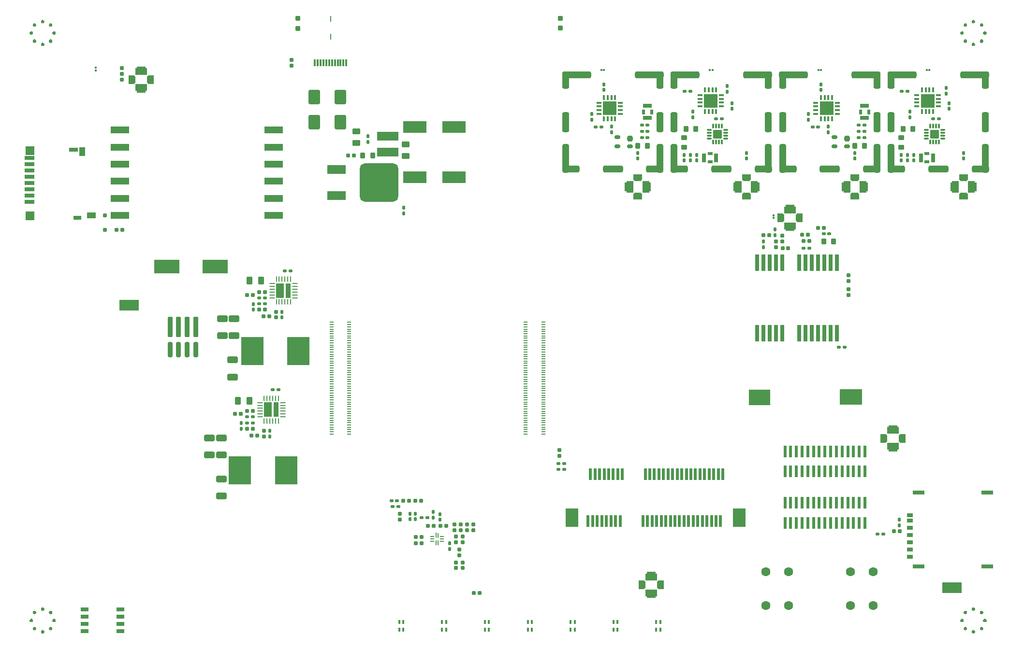
<source format=gtp>
G04*
G04 #@! TF.GenerationSoftware,Altium Limited,Altium Designer,19.1.6 (110)*
G04*
G04 Layer_Color=8421504*
%FSLAX44Y44*%
%MOMM*%
G71*
G01*
G75*
%ADD24R,1.2000X1.2000*%
%ADD25R,2.1500X1.2000*%
%ADD26R,1.0000X1.5500*%
%ADD27R,1.6000X1.2000*%
%ADD28R,0.8000X3.0000*%
G04:AMPARAMS|DCode=29|XSize=0.6mm|YSize=0.6mm|CornerRadius=0.06mm|HoleSize=0mm|Usage=FLASHONLY|Rotation=180.000|XOffset=0mm|YOffset=0mm|HoleType=Round|Shape=RoundedRectangle|*
%AMROUNDEDRECTD29*
21,1,0.6000,0.4800,0,0,180.0*
21,1,0.4800,0.6000,0,0,180.0*
1,1,0.1200,-0.2400,0.2400*
1,1,0.1200,0.2400,0.2400*
1,1,0.1200,0.2400,-0.2400*
1,1,0.1200,-0.2400,-0.2400*
%
%ADD29ROUNDEDRECTD29*%
%ADD30R,3.8000X2.8000*%
%ADD31R,4.0000X2.8000*%
G04:AMPARAMS|DCode=32|XSize=0.7mm|YSize=0.4mm|CornerRadius=0.05mm|HoleSize=0mm|Usage=FLASHONLY|Rotation=90.000|XOffset=0mm|YOffset=0mm|HoleType=Round|Shape=RoundedRectangle|*
%AMROUNDEDRECTD32*
21,1,0.7000,0.3000,0,0,90.0*
21,1,0.6000,0.4000,0,0,90.0*
1,1,0.1000,0.1500,0.3000*
1,1,0.1000,0.1500,-0.3000*
1,1,0.1000,-0.1500,-0.3000*
1,1,0.1000,-0.1500,0.3000*
%
%ADD32ROUNDEDRECTD32*%
G04:AMPARAMS|DCode=33|XSize=0.5mm|YSize=0.6mm|CornerRadius=0.05mm|HoleSize=0mm|Usage=FLASHONLY|Rotation=270.000|XOffset=0mm|YOffset=0mm|HoleType=Round|Shape=RoundedRectangle|*
%AMROUNDEDRECTD33*
21,1,0.5000,0.5000,0,0,270.0*
21,1,0.4000,0.6000,0,0,270.0*
1,1,0.1000,-0.2500,-0.2000*
1,1,0.1000,-0.2500,0.2000*
1,1,0.1000,0.2500,0.2000*
1,1,0.1000,0.2500,-0.2000*
%
%ADD33ROUNDEDRECTD33*%
%ADD34R,0.3000X0.3100*%
G04:AMPARAMS|DCode=35|XSize=0.5mm|YSize=0.6mm|CornerRadius=0.05mm|HoleSize=0mm|Usage=FLASHONLY|Rotation=0.000|XOffset=0mm|YOffset=0mm|HoleType=Round|Shape=RoundedRectangle|*
%AMROUNDEDRECTD35*
21,1,0.5000,0.5000,0,0,0.0*
21,1,0.4000,0.6000,0,0,0.0*
1,1,0.1000,0.2000,-0.2500*
1,1,0.1000,-0.2000,-0.2500*
1,1,0.1000,-0.2000,0.2500*
1,1,0.1000,0.2000,0.2500*
%
%ADD35ROUNDEDRECTD35*%
G04:AMPARAMS|DCode=36|XSize=0.6mm|YSize=0.6mm|CornerRadius=0.06mm|HoleSize=0mm|Usage=FLASHONLY|Rotation=90.000|XOffset=0mm|YOffset=0mm|HoleType=Round|Shape=RoundedRectangle|*
%AMROUNDEDRECTD36*
21,1,0.6000,0.4800,0,0,90.0*
21,1,0.4800,0.6000,0,0,90.0*
1,1,0.1200,0.2400,0.2400*
1,1,0.1200,0.2400,-0.2400*
1,1,0.1200,-0.2400,-0.2400*
1,1,0.1200,-0.2400,0.2400*
%
%ADD36ROUNDEDRECTD36*%
G04:AMPARAMS|DCode=37|XSize=1mm|YSize=0.9mm|CornerRadius=0.1125mm|HoleSize=0mm|Usage=FLASHONLY|Rotation=270.000|XOffset=0mm|YOffset=0mm|HoleType=Round|Shape=RoundedRectangle|*
%AMROUNDEDRECTD37*
21,1,1.0000,0.6750,0,0,270.0*
21,1,0.7750,0.9000,0,0,270.0*
1,1,0.2250,-0.3375,-0.3875*
1,1,0.2250,-0.3375,0.3875*
1,1,0.2250,0.3375,0.3875*
1,1,0.2250,0.3375,-0.3875*
%
%ADD37ROUNDEDRECTD37*%
%ADD38C,1.6000*%
%ADD39R,0.6000X2.0000*%
%ADD40R,0.7200X0.2000*%
%ADD41R,0.2000X0.8100*%
%ADD42R,0.2000X0.9100*%
%ADD43R,1.4000X0.8000*%
G04:AMPARAMS|DCode=44|XSize=1mm|YSize=0.9mm|CornerRadius=0.1125mm|HoleSize=0mm|Usage=FLASHONLY|Rotation=180.000|XOffset=0mm|YOffset=0mm|HoleType=Round|Shape=RoundedRectangle|*
%AMROUNDEDRECTD44*
21,1,1.0000,0.6750,0,0,180.0*
21,1,0.7750,0.9000,0,0,180.0*
1,1,0.2250,-0.3875,0.3375*
1,1,0.2250,0.3875,0.3375*
1,1,0.2250,0.3875,-0.3375*
1,1,0.2250,-0.3875,-0.3375*
%
%ADD44ROUNDEDRECTD44*%
G04:AMPARAMS|DCode=45|XSize=1.5mm|YSize=1.5mm|CornerRadius=0.075mm|HoleSize=0mm|Usage=FLASHONLY|Rotation=180.000|XOffset=0mm|YOffset=0mm|HoleType=Round|Shape=RoundedRectangle|*
%AMROUNDEDRECTD45*
21,1,1.5000,1.3500,0,0,180.0*
21,1,1.3500,1.5000,0,0,180.0*
1,1,0.1500,-0.6750,0.6750*
1,1,0.1500,0.6750,0.6750*
1,1,0.1500,0.6750,-0.6750*
1,1,0.1500,-0.6750,-0.6750*
%
%ADD45ROUNDEDRECTD45*%
G04:AMPARAMS|DCode=46|XSize=0.3mm|YSize=0.8mm|CornerRadius=0.075mm|HoleSize=0mm|Usage=FLASHONLY|Rotation=180.000|XOffset=0mm|YOffset=0mm|HoleType=Round|Shape=RoundedRectangle|*
%AMROUNDEDRECTD46*
21,1,0.3000,0.6500,0,0,180.0*
21,1,0.1500,0.8000,0,0,180.0*
1,1,0.1500,-0.0750,0.3250*
1,1,0.1500,0.0750,0.3250*
1,1,0.1500,0.0750,-0.3250*
1,1,0.1500,-0.0750,-0.3250*
%
%ADD46ROUNDEDRECTD46*%
G04:AMPARAMS|DCode=47|XSize=0.3mm|YSize=0.8mm|CornerRadius=0.075mm|HoleSize=0mm|Usage=FLASHONLY|Rotation=270.000|XOffset=0mm|YOffset=0mm|HoleType=Round|Shape=RoundedRectangle|*
%AMROUNDEDRECTD47*
21,1,0.3000,0.6500,0,0,270.0*
21,1,0.1500,0.8000,0,0,270.0*
1,1,0.1500,-0.3250,-0.0750*
1,1,0.1500,-0.3250,0.0750*
1,1,0.1500,0.3250,0.0750*
1,1,0.1500,0.3250,-0.0750*
%
%ADD47ROUNDEDRECTD47*%
%ADD48R,0.7500X1.5000*%
%ADD49R,0.9000X0.6000*%
%ADD50R,1.5000X0.7500*%
%ADD51R,0.6000X0.9000*%
G04:AMPARAMS|DCode=52|XSize=1.4mm|YSize=1mm|CornerRadius=0.125mm|HoleSize=0mm|Usage=FLASHONLY|Rotation=0.000|XOffset=0mm|YOffset=0mm|HoleType=Round|Shape=RoundedRectangle|*
%AMROUNDEDRECTD52*
21,1,1.4000,0.7500,0,0,0.0*
21,1,1.1500,1.0000,0,0,0.0*
1,1,0.2500,0.5750,-0.3750*
1,1,0.2500,-0.5750,-0.3750*
1,1,0.2500,-0.5750,0.3750*
1,1,0.2500,0.5750,0.3750*
%
%ADD52ROUNDEDRECTD52*%
%ADD53R,0.7000X0.2000*%
%ADD54R,2.3000X3.2000*%
%ADD55R,4.1500X2.1500*%
%ADD56R,1.5019X1.0013*%
%ADD57R,1.0000X1.5000*%
%ADD58R,1.4006X0.8004*%
%ADD59R,1.5011X0.8006*%
%ADD60R,1.5018X1.5018*%
%ADD61R,1.5009X1.5009*%
%ADD62R,1.7526X0.7011*%
%ADD63R,1.7518X0.7007*%
%ADD64R,1.7504X0.7002*%
%ADD65R,1.7525X0.7010*%
%ADD66R,1.7522X0.7009*%
%ADD67R,1.7516X0.7006*%
%ADD68R,1.7530X0.7012*%
%ADD69R,1.7504X0.7002*%
%ADD70R,2.1000X0.7000*%
%ADD71R,1.1400X0.8000*%
G04:AMPARAMS|DCode=72|XSize=0.85mm|YSize=3.55mm|CornerRadius=0.2125mm|HoleSize=0mm|Usage=FLASHONLY|Rotation=0.000|XOffset=0mm|YOffset=0mm|HoleType=Round|Shape=RoundedRectangle|*
%AMROUNDEDRECTD72*
21,1,0.8500,3.1250,0,0,0.0*
21,1,0.4250,3.5500,0,0,0.0*
1,1,0.4250,0.2125,-1.5625*
1,1,0.4250,-0.2125,-1.5625*
1,1,0.4250,-0.2125,1.5625*
1,1,0.4250,0.2125,1.5625*
%
%ADD72ROUNDEDRECTD72*%
G04:AMPARAMS|DCode=73|XSize=0.85mm|YSize=2.65mm|CornerRadius=0.2125mm|HoleSize=0mm|Usage=FLASHONLY|Rotation=0.000|XOffset=0mm|YOffset=0mm|HoleType=Round|Shape=RoundedRectangle|*
%AMROUNDEDRECTD73*
21,1,0.8500,2.2250,0,0,0.0*
21,1,0.4250,2.6500,0,0,0.0*
1,1,0.4250,0.2125,-1.1125*
1,1,0.4250,-0.2125,-1.1125*
1,1,0.4250,-0.2125,1.1125*
1,1,0.4250,0.2125,1.1125*
%
%ADD73ROUNDEDRECTD73*%
%ADD74R,3.7000X1.6000*%
%ADD75R,0.2000X1.0000*%
%ADD76R,0.3000X1.2000*%
G04:AMPARAMS|DCode=77|XSize=1.8mm|YSize=1.15mm|CornerRadius=0.1438mm|HoleSize=0mm|Usage=FLASHONLY|Rotation=180.000|XOffset=0mm|YOffset=0mm|HoleType=Round|Shape=RoundedRectangle|*
%AMROUNDEDRECTD77*
21,1,1.8000,0.8625,0,0,180.0*
21,1,1.5125,1.1500,0,0,180.0*
1,1,0.2875,-0.7563,0.4313*
1,1,0.2875,0.7563,0.4313*
1,1,0.2875,0.7563,-0.4313*
1,1,0.2875,-0.7563,-0.4313*
%
%ADD77ROUNDEDRECTD77*%
G04:AMPARAMS|DCode=78|XSize=3.3mm|YSize=1.6mm|CornerRadius=0.2mm|HoleSize=0mm|Usage=FLASHONLY|Rotation=180.000|XOffset=0mm|YOffset=0mm|HoleType=Round|Shape=RoundedRectangle|*
%AMROUNDEDRECTD78*
21,1,3.3000,1.2000,0,0,180.0*
21,1,2.9000,1.6000,0,0,180.0*
1,1,0.4000,-1.4500,0.6000*
1,1,0.4000,1.4500,0.6000*
1,1,0.4000,1.4500,-0.6000*
1,1,0.4000,-1.4500,-0.6000*
%
%ADD78ROUNDEDRECTD78*%
G04:AMPARAMS|DCode=79|XSize=6.7mm|YSize=6.7mm|CornerRadius=0.8375mm|HoleSize=0mm|Usage=FLASHONLY|Rotation=180.000|XOffset=0mm|YOffset=0mm|HoleType=Round|Shape=RoundedRectangle|*
%AMROUNDEDRECTD79*
21,1,6.7000,5.0250,0,0,180.0*
21,1,5.0250,6.7000,0,0,180.0*
1,1,1.6750,-2.5125,2.5125*
1,1,1.6750,2.5125,2.5125*
1,1,1.6750,2.5125,-2.5125*
1,1,1.6750,-2.5125,-2.5125*
%
%ADD79ROUNDEDRECTD79*%
%ADD80R,0.3100X0.3000*%
%ADD81R,0.9000X2.5500*%
%ADD82R,1.4000X2.5500*%
G04:AMPARAMS|DCode=83|XSize=0.25mm|YSize=1mm|CornerRadius=0.0625mm|HoleSize=0mm|Usage=FLASHONLY|Rotation=90.000|XOffset=0mm|YOffset=0mm|HoleType=Round|Shape=RoundedRectangle|*
%AMROUNDEDRECTD83*
21,1,0.2500,0.8750,0,0,90.0*
21,1,0.1250,1.0000,0,0,90.0*
1,1,0.1250,0.4375,0.0625*
1,1,0.1250,0.4375,-0.0625*
1,1,0.1250,-0.4375,-0.0625*
1,1,0.1250,-0.4375,0.0625*
%
%ADD83ROUNDEDRECTD83*%
G04:AMPARAMS|DCode=84|XSize=0.25mm|YSize=1mm|CornerRadius=0.0625mm|HoleSize=0mm|Usage=FLASHONLY|Rotation=180.000|XOffset=0mm|YOffset=0mm|HoleType=Round|Shape=RoundedRectangle|*
%AMROUNDEDRECTD84*
21,1,0.2500,0.8750,0,0,180.0*
21,1,0.1250,1.0000,0,0,180.0*
1,1,0.1250,-0.0625,0.4375*
1,1,0.1250,0.0625,0.4375*
1,1,0.1250,0.0625,-0.4375*
1,1,0.1250,-0.0625,-0.4375*
%
%ADD84ROUNDEDRECTD84*%
%ADD85R,0.3300X0.8500*%
%ADD86R,0.8500X0.3300*%
%ADD87R,2.4000X2.4000*%
G04:AMPARAMS|DCode=88|XSize=0.95mm|YSize=0.65mm|CornerRadius=0.1625mm|HoleSize=0mm|Usage=FLASHONLY|Rotation=180.000|XOffset=0mm|YOffset=0mm|HoleType=Round|Shape=RoundedRectangle|*
%AMROUNDEDRECTD88*
21,1,0.9500,0.3250,0,0,180.0*
21,1,0.6250,0.6500,0,0,180.0*
1,1,0.3250,-0.3125,0.1625*
1,1,0.3250,0.3125,0.1625*
1,1,0.3250,0.3125,-0.1625*
1,1,0.3250,-0.3125,-0.1625*
%
%ADD88ROUNDEDRECTD88*%
G04:AMPARAMS|DCode=89|XSize=0.95mm|YSize=1mm|CornerRadius=0.2375mm|HoleSize=0mm|Usage=FLASHONLY|Rotation=180.000|XOffset=0mm|YOffset=0mm|HoleType=Round|Shape=RoundedRectangle|*
%AMROUNDEDRECTD89*
21,1,0.9500,0.5250,0,0,180.0*
21,1,0.4750,1.0000,0,0,180.0*
1,1,0.4750,-0.2375,0.2625*
1,1,0.4750,0.2375,0.2625*
1,1,0.4750,0.2375,-0.2625*
1,1,0.4750,-0.2375,-0.2625*
%
%ADD89ROUNDEDRECTD89*%
%ADD90R,4.0000X5.0000*%
G04:AMPARAMS|DCode=91|XSize=0.8mm|YSize=0.8mm|CornerRadius=0.1mm|HoleSize=0mm|Usage=FLASHONLY|Rotation=90.000|XOffset=0mm|YOffset=0mm|HoleType=Round|Shape=RoundedRectangle|*
%AMROUNDEDRECTD91*
21,1,0.8000,0.6000,0,0,90.0*
21,1,0.6000,0.8000,0,0,90.0*
1,1,0.2000,0.3000,0.3000*
1,1,0.2000,0.3000,-0.3000*
1,1,0.2000,-0.3000,-0.3000*
1,1,0.2000,-0.3000,0.3000*
%
%ADD91ROUNDEDRECTD91*%
%ADD92R,3.3000X1.2700*%
%ADD93R,4.5000X2.3500*%
G04:AMPARAMS|DCode=94|XSize=3mm|YSize=1.2mm|CornerRadius=0.3mm|HoleSize=0mm|Usage=FLASHONLY|Rotation=90.000|XOffset=0mm|YOffset=0mm|HoleType=Round|Shape=RoundedRectangle|*
%AMROUNDEDRECTD94*
21,1,3.0000,0.6000,0,0,90.0*
21,1,2.4000,1.2000,0,0,90.0*
1,1,0.6000,0.3000,1.2000*
1,1,0.6000,0.3000,-1.2000*
1,1,0.6000,-0.3000,-1.2000*
1,1,0.6000,-0.3000,1.2000*
%
%ADD94ROUNDEDRECTD94*%
G04:AMPARAMS|DCode=95|XSize=3.5mm|YSize=1.2mm|CornerRadius=0.3mm|HoleSize=0mm|Usage=FLASHONLY|Rotation=90.000|XOffset=0mm|YOffset=0mm|HoleType=Round|Shape=RoundedRectangle|*
%AMROUNDEDRECTD95*
21,1,3.5000,0.6000,0,0,90.0*
21,1,2.9000,1.2000,0,0,90.0*
1,1,0.6000,0.3000,1.4500*
1,1,0.6000,0.3000,-1.4500*
1,1,0.6000,-0.3000,-1.4500*
1,1,0.6000,-0.3000,1.4500*
%
%ADD95ROUNDEDRECTD95*%
G04:AMPARAMS|DCode=96|XSize=3.5mm|YSize=1.2mm|CornerRadius=0.3mm|HoleSize=0mm|Usage=FLASHONLY|Rotation=0.000|XOffset=0mm|YOffset=0mm|HoleType=Round|Shape=RoundedRectangle|*
%AMROUNDEDRECTD96*
21,1,3.5000,0.6000,0,0,0.0*
21,1,2.9000,1.2000,0,0,0.0*
1,1,0.6000,1.4500,-0.3000*
1,1,0.6000,-1.4500,-0.3000*
1,1,0.6000,-1.4500,0.3000*
1,1,0.6000,1.4500,0.3000*
%
%ADD96ROUNDEDRECTD96*%
G04:AMPARAMS|DCode=97|XSize=3mm|YSize=1.2mm|CornerRadius=0.3mm|HoleSize=0mm|Usage=FLASHONLY|Rotation=0.000|XOffset=0mm|YOffset=0mm|HoleType=Round|Shape=RoundedRectangle|*
%AMROUNDEDRECTD97*
21,1,3.0000,0.6000,0,0,0.0*
21,1,2.4000,1.2000,0,0,0.0*
1,1,0.6000,1.2000,-0.3000*
1,1,0.6000,-1.2000,-0.3000*
1,1,0.6000,-1.2000,0.3000*
1,1,0.6000,1.2000,0.3000*
%
%ADD97ROUNDEDRECTD97*%
G04:AMPARAMS|DCode=98|XSize=5mm|YSize=1.2mm|CornerRadius=0.3mm|HoleSize=0mm|Usage=FLASHONLY|Rotation=270.000|XOffset=0mm|YOffset=0mm|HoleType=Round|Shape=RoundedRectangle|*
%AMROUNDEDRECTD98*
21,1,5.0000,0.6000,0,0,270.0*
21,1,4.4000,1.2000,0,0,270.0*
1,1,0.6000,-0.3000,-2.2000*
1,1,0.6000,-0.3000,2.2000*
1,1,0.6000,0.3000,2.2000*
1,1,0.6000,0.3000,-2.2000*
%
%ADD98ROUNDEDRECTD98*%
G04:AMPARAMS|DCode=99|XSize=5mm|YSize=1.2mm|CornerRadius=0.3mm|HoleSize=0mm|Usage=FLASHONLY|Rotation=0.000|XOffset=0mm|YOffset=0mm|HoleType=Round|Shape=RoundedRectangle|*
%AMROUNDEDRECTD99*
21,1,5.0000,0.6000,0,0,0.0*
21,1,4.4000,1.2000,0,0,0.0*
1,1,0.6000,2.2000,-0.3000*
1,1,0.6000,-2.2000,-0.3000*
1,1,0.6000,-2.2000,0.3000*
1,1,0.6000,2.2000,0.3000*
%
%ADD99ROUNDEDRECTD99*%
G04:AMPARAMS|DCode=100|XSize=2.5mm|YSize=2mm|CornerRadius=0.25mm|HoleSize=0mm|Usage=FLASHONLY|Rotation=90.000|XOffset=0mm|YOffset=0mm|HoleType=Round|Shape=RoundedRectangle|*
%AMROUNDEDRECTD100*
21,1,2.5000,1.5000,0,0,90.0*
21,1,2.0000,2.0000,0,0,90.0*
1,1,0.5000,0.7500,1.0000*
1,1,0.5000,0.7500,-1.0000*
1,1,0.5000,-0.7500,-1.0000*
1,1,0.5000,-0.7500,1.0000*
%
%ADD100ROUNDEDRECTD100*%
%ADD101R,3.5000X1.9000*%
G04:AMPARAMS|DCode=102|XSize=0.6mm|YSize=0.7mm|CornerRadius=0.075mm|HoleSize=0mm|Usage=FLASHONLY|Rotation=270.000|XOffset=0mm|YOffset=0mm|HoleType=Round|Shape=RoundedRectangle|*
%AMROUNDEDRECTD102*
21,1,0.6000,0.5500,0,0,270.0*
21,1,0.4500,0.7000,0,0,270.0*
1,1,0.1500,-0.2750,-0.2250*
1,1,0.1500,-0.2750,0.2250*
1,1,0.1500,0.2750,0.2250*
1,1,0.1500,0.2750,-0.2250*
%
%ADD102ROUNDEDRECTD102*%
%ADD103R,1.5500X1.0000*%
%ADD104R,1.2000X1.6000*%
%ADD105R,1.2000X1.2000*%
%ADD106R,1.2000X2.1500*%
G04:AMPARAMS|DCode=107|XSize=1.4mm|YSize=1mm|CornerRadius=0.125mm|HoleSize=0mm|Usage=FLASHONLY|Rotation=90.000|XOffset=0mm|YOffset=0mm|HoleType=Round|Shape=RoundedRectangle|*
%AMROUNDEDRECTD107*
21,1,1.4000,0.7500,0,0,90.0*
21,1,1.1500,1.0000,0,0,90.0*
1,1,0.2500,0.3750,0.5750*
1,1,0.2500,0.3750,-0.5750*
1,1,0.2500,-0.3750,-0.5750*
1,1,0.2500,-0.3750,0.5750*
%
%ADD107ROUNDEDRECTD107*%
%ADD108R,2.4000X2.4000*%
G36*
X36699Y57543D02*
X37543Y56699D01*
X38000Y55597D01*
Y55000D01*
Y54403D01*
X37543Y53301D01*
X36699Y52457D01*
X35597Y52000D01*
X34403D01*
X33301Y52457D01*
X32457Y53301D01*
X32000Y54403D01*
Y55000D01*
Y55597D01*
X32457Y56699D01*
X33301Y57543D01*
X34403Y58000D01*
X35597D01*
X36699Y57543D01*
D02*
G37*
G36*
X50841Y51685D02*
X51263Y51263D01*
X51685Y50841D01*
X52142Y49739D01*
Y48545D01*
X51685Y47443D01*
X51263Y47021D01*
X50841Y46599D01*
X49739Y46142D01*
X48545D01*
X47443Y46599D01*
X47021Y47021D01*
X46599Y47443D01*
X46142Y48545D01*
Y49739D01*
X46599Y50841D01*
X47021Y51263D01*
X47443Y51685D01*
X48545Y52142D01*
X49739D01*
X50841Y51685D01*
D02*
G37*
G36*
X22557D02*
X22979Y51263D01*
X23401Y50841D01*
X23858Y49739D01*
Y48545D01*
X23401Y47443D01*
X22979Y47021D01*
X22557Y46599D01*
X21455Y46142D01*
X20261D01*
X19159Y46599D01*
X18736Y47021D01*
X18315Y47443D01*
X17858Y48545D01*
Y49739D01*
X18315Y50841D01*
X18736Y51263D01*
X19159Y51685D01*
X20261Y52142D01*
X21455D01*
X22557Y51685D01*
D02*
G37*
G36*
X56699Y37543D02*
X57543Y36699D01*
X58000Y35597D01*
Y35000D01*
Y34403D01*
X57543Y33301D01*
X56699Y32457D01*
X55597Y32000D01*
X54403D01*
X53301Y32457D01*
X52457Y33301D01*
X52000Y34403D01*
Y35000D01*
Y35597D01*
X52457Y36699D01*
X53301Y37543D01*
X54403Y38000D01*
X55597D01*
X56699Y37543D01*
D02*
G37*
G36*
X16699D02*
X17543Y36699D01*
X18000Y35597D01*
Y35000D01*
Y34403D01*
X17543Y33301D01*
X16699Y32457D01*
X15597Y32000D01*
X14403D01*
X13301Y32457D01*
X12457Y33301D01*
X12000Y34403D01*
Y35000D01*
Y35597D01*
X12457Y36699D01*
X13301Y37543D01*
X14403Y38000D01*
X15597D01*
X16699Y37543D01*
D02*
G37*
G36*
X50841Y23401D02*
X51263Y22979D01*
X51685Y22557D01*
X52142Y21455D01*
Y20261D01*
X51685Y19159D01*
X51263Y18736D01*
X50841Y18315D01*
X49739Y17858D01*
X48545D01*
X47443Y18315D01*
X47021Y18736D01*
X46599Y19159D01*
X46142Y20261D01*
Y21455D01*
X46599Y22557D01*
X47021Y22979D01*
X47443Y23401D01*
X48545Y23858D01*
X49739D01*
X50841Y23401D01*
D02*
G37*
G36*
X22557D02*
X22979Y22979D01*
X23401Y22557D01*
X23858Y21455D01*
Y20261D01*
X23401Y19159D01*
X22979Y18736D01*
X22557Y18315D01*
X21455Y17858D01*
X20261D01*
X19159Y18315D01*
X18736Y18736D01*
X18315Y19159D01*
X17858Y20261D01*
Y21455D01*
X18315Y22557D01*
X18736Y22979D01*
X19159Y23401D01*
X20261Y23858D01*
X21455D01*
X22557Y23401D01*
D02*
G37*
G36*
X36699Y17543D02*
X37543Y16699D01*
X38000Y15597D01*
Y15000D01*
Y14403D01*
X37543Y13301D01*
X36699Y12457D01*
X35597Y12000D01*
X34403D01*
X33301Y12457D01*
X32457Y13301D01*
X32000Y14403D01*
Y15000D01*
Y15597D01*
X32457Y16699D01*
X33301Y17543D01*
X34403Y18000D01*
X35597D01*
X36699Y17543D01*
D02*
G37*
G36*
Y1087543D02*
X37543Y1086699D01*
X38000Y1085597D01*
Y1085000D01*
Y1084403D01*
X37543Y1083301D01*
X36699Y1082457D01*
X35597Y1082000D01*
X34403D01*
X33301Y1082457D01*
X32457Y1083301D01*
X32000Y1084403D01*
Y1085000D01*
Y1085597D01*
X32457Y1086699D01*
X33301Y1087543D01*
X34403Y1088000D01*
X35597D01*
X36699Y1087543D01*
D02*
G37*
G36*
X50841Y1081685D02*
X51263Y1081264D01*
X51685Y1080842D01*
X52142Y1079739D01*
Y1078545D01*
X51685Y1077443D01*
X51263Y1077021D01*
X50841Y1076599D01*
X49739Y1076142D01*
X48545D01*
X47443Y1076599D01*
X47021Y1077021D01*
X46599Y1077443D01*
X46142Y1078545D01*
Y1079739D01*
X46599Y1080842D01*
X47021Y1081264D01*
X47443Y1081685D01*
X48545Y1082142D01*
X49739D01*
X50841Y1081685D01*
D02*
G37*
G36*
X22557D02*
X22979Y1081264D01*
X23401Y1080842D01*
X23858Y1079739D01*
Y1078545D01*
X23401Y1077443D01*
X22979Y1077021D01*
X22557Y1076599D01*
X21455Y1076142D01*
X20261D01*
X19159Y1076599D01*
X18736Y1077021D01*
X18315Y1077443D01*
X17858Y1078545D01*
Y1079739D01*
X18315Y1080842D01*
X18736Y1081264D01*
X19159Y1081685D01*
X20261Y1082142D01*
X21455D01*
X22557Y1081685D01*
D02*
G37*
G36*
X56699Y1067543D02*
X57543Y1066699D01*
X58000Y1065597D01*
Y1065000D01*
Y1064403D01*
X57543Y1063301D01*
X56699Y1062457D01*
X55597Y1062000D01*
X54403D01*
X53301Y1062457D01*
X52457Y1063301D01*
X52000Y1064403D01*
Y1065000D01*
Y1065597D01*
X52457Y1066699D01*
X53301Y1067543D01*
X54403Y1068000D01*
X55597D01*
X56699Y1067543D01*
D02*
G37*
G36*
X16699D02*
X17543Y1066699D01*
X18000Y1065597D01*
Y1065000D01*
Y1064403D01*
X17543Y1063301D01*
X16699Y1062457D01*
X15597Y1062000D01*
X14403D01*
X13301Y1062457D01*
X12457Y1063301D01*
X12000Y1064403D01*
Y1065000D01*
Y1065597D01*
X12457Y1066699D01*
X13301Y1067543D01*
X14403Y1068000D01*
X15597D01*
X16699Y1067543D01*
D02*
G37*
G36*
X50841Y1053401D02*
X51263Y1052979D01*
X51685Y1052557D01*
X52142Y1051455D01*
Y1050261D01*
X51685Y1049158D01*
X51263Y1048736D01*
X50841Y1048315D01*
X49739Y1047858D01*
X48545D01*
X47443Y1048315D01*
X47021Y1048736D01*
X46599Y1049158D01*
X46142Y1050261D01*
Y1051455D01*
X46599Y1052557D01*
X47021Y1052979D01*
X47443Y1053401D01*
X48545Y1053858D01*
X49739D01*
X50841Y1053401D01*
D02*
G37*
G36*
X22557D02*
X22979Y1052979D01*
X23401Y1052557D01*
X23858Y1051455D01*
Y1050261D01*
X23401Y1049158D01*
X22979Y1048736D01*
X22557Y1048315D01*
X21455Y1047858D01*
X20261D01*
X19159Y1048315D01*
X18736Y1048736D01*
X18315Y1049158D01*
X17858Y1050261D01*
Y1051455D01*
X18315Y1052557D01*
X18736Y1052979D01*
X19159Y1053401D01*
X20261Y1053858D01*
X21455D01*
X22557Y1053401D01*
D02*
G37*
G36*
X36699Y1047543D02*
X37543Y1046699D01*
X38000Y1045597D01*
Y1045000D01*
Y1044403D01*
X37543Y1043301D01*
X36699Y1042457D01*
X35597Y1042000D01*
X34403D01*
X33301Y1042457D01*
X32457Y1043301D01*
X32000Y1044403D01*
Y1045000D01*
Y1045597D01*
X32457Y1046699D01*
X33301Y1047543D01*
X34403Y1048000D01*
X35597D01*
X36699Y1047543D01*
D02*
G37*
G36*
X1666699Y57543D02*
X1667543Y56699D01*
X1668000Y55597D01*
Y55000D01*
Y54403D01*
X1667543Y53301D01*
X1666699Y52457D01*
X1665597Y52000D01*
X1664403D01*
X1663301Y52457D01*
X1662457Y53301D01*
X1662000Y54403D01*
Y55000D01*
Y55597D01*
X1662457Y56699D01*
X1663301Y57543D01*
X1664403Y58000D01*
X1665597D01*
X1666699Y57543D01*
D02*
G37*
G36*
X1680842Y51685D02*
X1681263Y51263D01*
X1681685Y50841D01*
X1682142Y49739D01*
Y48545D01*
X1681685Y47443D01*
X1681263Y47021D01*
X1680842Y46599D01*
X1679739Y46142D01*
X1678545D01*
X1677443Y46599D01*
X1677021Y47021D01*
X1676599Y47443D01*
X1676142Y48545D01*
Y49739D01*
X1676599Y50841D01*
X1677021Y51263D01*
X1677443Y51685D01*
X1678545Y52142D01*
X1679739D01*
X1680842Y51685D01*
D02*
G37*
G36*
X1652557D02*
X1652979Y51263D01*
X1653401Y50841D01*
X1653858Y49739D01*
Y48545D01*
X1653401Y47443D01*
X1652979Y47021D01*
X1652557Y46599D01*
X1651455Y46142D01*
X1650261D01*
X1649158Y46599D01*
X1648737Y47021D01*
X1648315Y47443D01*
X1647858Y48545D01*
Y49739D01*
X1648315Y50841D01*
X1648737Y51263D01*
X1649158Y51685D01*
X1650261Y52142D01*
X1651455D01*
X1652557Y51685D01*
D02*
G37*
G36*
X1686699Y37543D02*
X1687543Y36699D01*
X1688000Y35597D01*
Y35000D01*
Y34403D01*
X1687543Y33301D01*
X1686699Y32457D01*
X1685597Y32000D01*
X1684403D01*
X1683301Y32457D01*
X1682457Y33301D01*
X1682000Y34403D01*
Y35000D01*
Y35597D01*
X1682457Y36699D01*
X1683301Y37543D01*
X1684403Y38000D01*
X1685597D01*
X1686699Y37543D01*
D02*
G37*
G36*
X1646699D02*
X1647543Y36699D01*
X1648000Y35597D01*
Y35000D01*
Y34403D01*
X1647543Y33301D01*
X1646699Y32457D01*
X1645597Y32000D01*
X1644403D01*
X1643301Y32457D01*
X1642457Y33301D01*
X1642000Y34403D01*
Y35000D01*
Y35597D01*
X1642457Y36699D01*
X1643301Y37543D01*
X1644403Y38000D01*
X1645597D01*
X1646699Y37543D01*
D02*
G37*
G36*
X1680842Y23401D02*
X1681263Y22979D01*
X1681685Y22557D01*
X1682142Y21455D01*
Y20261D01*
X1681685Y19159D01*
X1681263Y18736D01*
X1680842Y18315D01*
X1679739Y17858D01*
X1678545D01*
X1677443Y18315D01*
X1677021Y18736D01*
X1676599Y19159D01*
X1676142Y20261D01*
Y21455D01*
X1676599Y22557D01*
X1677021Y22979D01*
X1677443Y23401D01*
X1678545Y23858D01*
X1679739D01*
X1680842Y23401D01*
D02*
G37*
G36*
X1652557D02*
X1652979Y22979D01*
X1653401Y22557D01*
X1653858Y21455D01*
Y20261D01*
X1653401Y19159D01*
X1652979Y18736D01*
X1652557Y18315D01*
X1651455Y17858D01*
X1650261D01*
X1649158Y18315D01*
X1648737Y18736D01*
X1648315Y19159D01*
X1647858Y20261D01*
Y21455D01*
X1648315Y22557D01*
X1648737Y22979D01*
X1649158Y23401D01*
X1650261Y23858D01*
X1651455D01*
X1652557Y23401D01*
D02*
G37*
G36*
X1666699Y17543D02*
X1667543Y16699D01*
X1668000Y15597D01*
Y15000D01*
Y14403D01*
X1667543Y13301D01*
X1666699Y12457D01*
X1665597Y12000D01*
X1664403D01*
X1663301Y12457D01*
X1662457Y13301D01*
X1662000Y14403D01*
Y15000D01*
Y15597D01*
X1662457Y16699D01*
X1663301Y17543D01*
X1664403Y18000D01*
X1665597D01*
X1666699Y17543D01*
D02*
G37*
G36*
Y1087543D02*
X1667543Y1086699D01*
X1668000Y1085597D01*
Y1085000D01*
Y1084403D01*
X1667543Y1083301D01*
X1666699Y1082457D01*
X1665597Y1082000D01*
X1664403D01*
X1663301Y1082457D01*
X1662457Y1083301D01*
X1662000Y1084403D01*
Y1085000D01*
Y1085597D01*
X1662457Y1086699D01*
X1663301Y1087543D01*
X1664403Y1088000D01*
X1665597D01*
X1666699Y1087543D01*
D02*
G37*
G36*
X1680842Y1081685D02*
X1681263Y1081264D01*
X1681685Y1080842D01*
X1682142Y1079739D01*
Y1078545D01*
X1681685Y1077443D01*
X1681263Y1077021D01*
X1680842Y1076599D01*
X1679739Y1076142D01*
X1678545D01*
X1677443Y1076599D01*
X1677021Y1077021D01*
X1676599Y1077443D01*
X1676142Y1078545D01*
Y1079739D01*
X1676599Y1080842D01*
X1677021Y1081264D01*
X1677443Y1081685D01*
X1678545Y1082142D01*
X1679739D01*
X1680842Y1081685D01*
D02*
G37*
G36*
X1652557D02*
X1652979Y1081264D01*
X1653401Y1080842D01*
X1653858Y1079739D01*
Y1078545D01*
X1653401Y1077443D01*
X1652979Y1077021D01*
X1652557Y1076599D01*
X1651455Y1076142D01*
X1650261D01*
X1649158Y1076599D01*
X1648737Y1077021D01*
X1648315Y1077443D01*
X1647858Y1078545D01*
Y1079739D01*
X1648315Y1080842D01*
X1648737Y1081264D01*
X1649158Y1081685D01*
X1650261Y1082142D01*
X1651455D01*
X1652557Y1081685D01*
D02*
G37*
G36*
X1686699Y1067543D02*
X1687543Y1066699D01*
X1688000Y1065597D01*
Y1065000D01*
Y1064403D01*
X1687543Y1063301D01*
X1686699Y1062457D01*
X1685597Y1062000D01*
X1684403D01*
X1683301Y1062457D01*
X1682457Y1063301D01*
X1682000Y1064403D01*
Y1065000D01*
Y1065597D01*
X1682457Y1066699D01*
X1683301Y1067543D01*
X1684403Y1068000D01*
X1685597D01*
X1686699Y1067543D01*
D02*
G37*
G36*
X1646699D02*
X1647543Y1066699D01*
X1648000Y1065597D01*
Y1065000D01*
Y1064403D01*
X1647543Y1063301D01*
X1646699Y1062457D01*
X1645597Y1062000D01*
X1644403D01*
X1643301Y1062457D01*
X1642457Y1063301D01*
X1642000Y1064403D01*
Y1065000D01*
Y1065597D01*
X1642457Y1066699D01*
X1643301Y1067543D01*
X1644403Y1068000D01*
X1645597D01*
X1646699Y1067543D01*
D02*
G37*
G36*
X1680842Y1053401D02*
X1681263Y1052979D01*
X1681685Y1052557D01*
X1682142Y1051455D01*
Y1050261D01*
X1681685Y1049158D01*
X1681263Y1048736D01*
X1680842Y1048315D01*
X1679739Y1047858D01*
X1678545D01*
X1677443Y1048315D01*
X1677021Y1048736D01*
X1676599Y1049158D01*
X1676142Y1050261D01*
Y1051455D01*
X1676599Y1052557D01*
X1677021Y1052979D01*
X1677443Y1053401D01*
X1678545Y1053858D01*
X1679739D01*
X1680842Y1053401D01*
D02*
G37*
G36*
X1652557D02*
X1652979Y1052979D01*
X1653401Y1052557D01*
X1653858Y1051455D01*
Y1050261D01*
X1653401Y1049158D01*
X1652979Y1048736D01*
X1652557Y1048315D01*
X1651455Y1047858D01*
X1650261D01*
X1649158Y1048315D01*
X1648737Y1048736D01*
X1648315Y1049158D01*
X1647858Y1050261D01*
Y1051455D01*
X1648315Y1052557D01*
X1648737Y1052979D01*
X1649158Y1053401D01*
X1650261Y1053858D01*
X1651455D01*
X1652557Y1053401D01*
D02*
G37*
G36*
X1666699Y1047543D02*
X1667543Y1046699D01*
X1668000Y1045597D01*
Y1045000D01*
Y1044403D01*
X1667543Y1043301D01*
X1666699Y1042457D01*
X1665597Y1042000D01*
X1664403D01*
X1663301Y1042457D01*
X1662457Y1043301D01*
X1662000Y1044403D01*
Y1045000D01*
Y1045597D01*
X1662457Y1046699D01*
X1663301Y1047543D01*
X1664403Y1048000D01*
X1665597D01*
X1666699Y1047543D01*
D02*
G37*
D24*
X1327750Y740750D02*
D03*
X1359750D02*
D03*
X1116750Y97250D02*
D03*
X1084750D02*
D03*
X223250Y983250D02*
D03*
X191250D02*
D03*
X1508000Y354250D02*
D03*
X1540000D02*
D03*
D25*
X1343750Y726750D02*
D03*
X1343750Y754750D02*
D03*
X1100750Y111250D02*
D03*
Y83250D02*
D03*
X207250Y997250D02*
D03*
Y969250D02*
D03*
X1524000Y340250D02*
D03*
Y368250D02*
D03*
D26*
X1360750Y740750D02*
D03*
X1326750Y740750D02*
D03*
X1083750Y97250D02*
D03*
X1117750D02*
D03*
X190250Y983250D02*
D03*
X224250D02*
D03*
X1541000Y354250D02*
D03*
X1507000D02*
D03*
D27*
X1343750Y757750D02*
D03*
X1343750Y723750D02*
D03*
X1100750Y80250D02*
D03*
Y114250D02*
D03*
X207250Y966250D02*
D03*
Y1000250D02*
D03*
X1524000Y371250D02*
D03*
Y337250D02*
D03*
D28*
X1371000Y662250D02*
D03*
X1382000D02*
D03*
X1426000Y538250D02*
D03*
X1415000D02*
D03*
X1404000D02*
D03*
X1393000D02*
D03*
X1382000D02*
D03*
X1371000D02*
D03*
X1360000D02*
D03*
X1330000Y538250D02*
D03*
X1426000Y662250D02*
D03*
X1415000D02*
D03*
X1404000D02*
D03*
X1393000D02*
D03*
X1360000D02*
D03*
X1330000D02*
D03*
X1319000Y662250D02*
D03*
X1308000Y662250D02*
D03*
X1297000D02*
D03*
X1286000D02*
D03*
Y538250D02*
D03*
X1297000D02*
D03*
X1308000D02*
D03*
X1319000D02*
D03*
D29*
X1446000Y630000D02*
D03*
Y640000D02*
D03*
X1446250Y605750D02*
D03*
Y615750D02*
D03*
X1330000Y709500D02*
D03*
Y699500D02*
D03*
X1319000D02*
D03*
Y689500D02*
D03*
X940000Y333750D02*
D03*
Y323750D02*
D03*
X471250Y1008000D02*
D03*
Y1018000D02*
D03*
X660125Y212125D02*
D03*
Y222125D02*
D03*
X778250Y203062D02*
D03*
Y193062D02*
D03*
X789250D02*
D03*
Y203062D02*
D03*
X767250Y193062D02*
D03*
Y203062D02*
D03*
X758500Y136750D02*
D03*
Y126750D02*
D03*
X756250Y193062D02*
D03*
Y203062D02*
D03*
X770750Y126750D02*
D03*
Y136750D02*
D03*
X764500Y149000D02*
D03*
Y159000D02*
D03*
X758500Y172000D02*
D03*
Y182000D02*
D03*
X770750D02*
D03*
Y172000D02*
D03*
X174000Y1003500D02*
D03*
Y993500D02*
D03*
D03*
Y983500D02*
D03*
X443750Y566250D02*
D03*
Y576250D02*
D03*
X422500Y357500D02*
D03*
Y367500D02*
D03*
D30*
X1290500Y426250D02*
D03*
D31*
X1450250Y426500D02*
D03*
D32*
X1109601Y18500D02*
D03*
Y32500D02*
D03*
X1116601Y32500D02*
D03*
X1116601Y18500D02*
D03*
X666601Y18525D02*
D03*
Y32525D02*
D03*
X659601Y32525D02*
D03*
Y18525D02*
D03*
X884601D02*
D03*
Y32525D02*
D03*
X891601Y32525D02*
D03*
Y18525D02*
D03*
X809601Y18525D02*
D03*
Y32525D02*
D03*
X816601Y32525D02*
D03*
Y18525D02*
D03*
X734601Y18525D02*
D03*
Y32525D02*
D03*
X741601Y32525D02*
D03*
Y18525D02*
D03*
X1034601Y18500D02*
D03*
Y32500D02*
D03*
X1041601Y32500D02*
D03*
Y18500D02*
D03*
X959601Y18500D02*
D03*
Y32500D02*
D03*
X966601Y32500D02*
D03*
Y18500D02*
D03*
D33*
X1412750Y712750D02*
D03*
X1402750D02*
D03*
X1439500Y513750D02*
D03*
X1429500D02*
D03*
X1367500Y688000D02*
D03*
X1377500D02*
D03*
X938000Y299750D02*
D03*
X948000D02*
D03*
X938000Y309750D02*
D03*
X948000D02*
D03*
X1224400Y914750D02*
D03*
X1214400D02*
D03*
X645750Y244750D02*
D03*
X655750D02*
D03*
X647750Y234750D02*
D03*
X657750D02*
D03*
X698500Y215500D02*
D03*
X708500D02*
D03*
X1084400Y881375D02*
D03*
X1094400D02*
D03*
X1084400Y903875D02*
D03*
X1094400D02*
D03*
Y892625D02*
D03*
X1084400D02*
D03*
X1464400Y903875D02*
D03*
X1474400D02*
D03*
Y892625D02*
D03*
X1464400Y892625D02*
D03*
X1464400Y881375D02*
D03*
X1474400D02*
D03*
X1497250Y186000D02*
D03*
X1507250D02*
D03*
X1604400Y914750D02*
D03*
X1594400D02*
D03*
X1539500Y962750D02*
D03*
X1549500D02*
D03*
X1393250Y900150D02*
D03*
X1383250D02*
D03*
X1013250Y900150D02*
D03*
X1003251Y900150D02*
D03*
X1159500Y962750D02*
D03*
X1169500D02*
D03*
X414250Y600250D02*
D03*
X424250D02*
D03*
X424250Y590250D02*
D03*
X414250D02*
D03*
X459250Y648250D02*
D03*
X469250D02*
D03*
X403000Y381500D02*
D03*
X393000D02*
D03*
X403000Y391750D02*
D03*
X393000D02*
D03*
X438000Y439500D02*
D03*
X448000Y439500D02*
D03*
D34*
X1315000Y740750D02*
D03*
Y745250D02*
D03*
X128250Y1004000D02*
D03*
Y999500D02*
D03*
D35*
X1317500Y720750D02*
D03*
Y710750D02*
D03*
X1297000Y699500D02*
D03*
Y689500D02*
D03*
X1242500Y942000D02*
D03*
Y932000D02*
D03*
X604500Y873750D02*
D03*
Y883750D02*
D03*
X730750Y221500D02*
D03*
Y211500D02*
D03*
X688000Y222250D02*
D03*
Y212250D02*
D03*
X678000D02*
D03*
Y222250D02*
D03*
X719000Y215250D02*
D03*
Y225250D02*
D03*
X747750Y160250D02*
D03*
Y170250D02*
D03*
X1553750Y927500D02*
D03*
Y917500D02*
D03*
X1560750Y841375D02*
D03*
Y851375D02*
D03*
X1549500Y851375D02*
D03*
Y841375D02*
D03*
X1538250D02*
D03*
Y851375D02*
D03*
X1535250Y212000D02*
D03*
Y202000D02*
D03*
X667000Y758500D02*
D03*
Y748500D02*
D03*
X1622500Y942000D02*
D03*
Y932000D02*
D03*
X1647400Y854750D02*
D03*
Y844750D02*
D03*
X1617000Y968750D02*
D03*
Y958750D02*
D03*
X1457400Y854750D02*
D03*
Y844750D02*
D03*
X1411000Y901217D02*
D03*
Y891217D02*
D03*
X1376250Y913250D02*
D03*
Y923250D02*
D03*
X1398000Y975000D02*
D03*
Y965000D02*
D03*
X1018000Y975000D02*
D03*
X1018000Y965000D02*
D03*
X996250Y913250D02*
D03*
Y923250D02*
D03*
X1031000Y901217D02*
D03*
Y891217D02*
D03*
X1077400Y854750D02*
D03*
Y844750D02*
D03*
X1173750Y927500D02*
D03*
Y917500D02*
D03*
X1233750Y972000D02*
D03*
Y962000D02*
D03*
X1267400Y854750D02*
D03*
Y844750D02*
D03*
X1180750Y841375D02*
D03*
Y851375D02*
D03*
X1158250Y841375D02*
D03*
Y851375D02*
D03*
X1169500D02*
D03*
Y841375D02*
D03*
X403855Y579750D02*
D03*
Y589750D02*
D03*
X454250Y576250D02*
D03*
Y566250D02*
D03*
X433000Y367500D02*
D03*
Y357500D02*
D03*
X382605Y371000D02*
D03*
Y381000D02*
D03*
D36*
X1297000Y710500D02*
D03*
X1307000D02*
D03*
X1340750Y688000D02*
D03*
X1330750D02*
D03*
X1377500Y700500D02*
D03*
X1367500D02*
D03*
X1402750Y723250D02*
D03*
X1392750D02*
D03*
X1365000Y711500D02*
D03*
X1375000D02*
D03*
X698750Y181500D02*
D03*
X688750D02*
D03*
X698771Y170625D02*
D03*
X688771D02*
D03*
X697750Y245000D02*
D03*
X687750D02*
D03*
X790000Y83500D02*
D03*
X800000D02*
D03*
X676750Y245000D02*
D03*
X666750D02*
D03*
X719500Y201063D02*
D03*
X709500D02*
D03*
X731750Y201000D02*
D03*
X741750D02*
D03*
X1535900Y191100D02*
D03*
X1525900Y191100D02*
D03*
X174250Y720000D02*
D03*
X164250D02*
D03*
X569750Y850250D02*
D03*
X579750D02*
D03*
X424250Y610750D02*
D03*
X414250D02*
D03*
X403250Y605750D02*
D03*
X393250Y605750D02*
D03*
X414250Y579750D02*
D03*
X424250D02*
D03*
X432091Y568341D02*
D03*
X422091D02*
D03*
X400909Y359478D02*
D03*
X410909D02*
D03*
X393000Y371000D02*
D03*
X403000D02*
D03*
X403000Y402000D02*
D03*
X393000Y402000D02*
D03*
X382000Y397000D02*
D03*
X372000D02*
D03*
D37*
X1419750Y699750D02*
D03*
X1402750D02*
D03*
X1077400Y867500D02*
D03*
X1094400Y867500D02*
D03*
X595750Y850250D02*
D03*
X612750D02*
D03*
X1541750Y896500D02*
D03*
X1558750D02*
D03*
X1474400Y867500D02*
D03*
X1457400D02*
D03*
X1161750Y896500D02*
D03*
X1178750D02*
D03*
D38*
X1301250Y60750D02*
D03*
Y120750D02*
D03*
X1341250D02*
D03*
Y60750D02*
D03*
X1489250D02*
D03*
Y120750D02*
D03*
X1449250D02*
D03*
Y60750D02*
D03*
D39*
X1475000Y296250D02*
D03*
X1465000D02*
D03*
X1455000D02*
D03*
X1445000D02*
D03*
X1435000Y296250D02*
D03*
X1425000Y296250D02*
D03*
X1415000D02*
D03*
X1405000D02*
D03*
X1395000Y296250D02*
D03*
X1385000Y296250D02*
D03*
X1375000D02*
D03*
X1365000D02*
D03*
X1355000D02*
D03*
X1345000D02*
D03*
X1335000D02*
D03*
Y331250D02*
D03*
X1345000Y331250D02*
D03*
X1355000Y331250D02*
D03*
X1365000D02*
D03*
X1375000Y331250D02*
D03*
X1385000D02*
D03*
X1395000D02*
D03*
X1405000D02*
D03*
X1415000D02*
D03*
X1425000D02*
D03*
X1435000D02*
D03*
X1445000D02*
D03*
X1455000D02*
D03*
X1465000Y331250D02*
D03*
X1475000D02*
D03*
Y241250D02*
D03*
X1465000D02*
D03*
X1455000D02*
D03*
X1445000Y241250D02*
D03*
X1435000D02*
D03*
X1425000Y241250D02*
D03*
X1415000D02*
D03*
X1405000D02*
D03*
X1395000Y241250D02*
D03*
X1385000D02*
D03*
X1375000Y241250D02*
D03*
X1365000D02*
D03*
X1355000D02*
D03*
X1345000Y241250D02*
D03*
X1335000Y241250D02*
D03*
Y206250D02*
D03*
X1345000Y206250D02*
D03*
X1355000Y206250D02*
D03*
X1365000D02*
D03*
X1375000Y206250D02*
D03*
X1385000D02*
D03*
X1395000D02*
D03*
X1405000D02*
D03*
X1415000D02*
D03*
X1425000D02*
D03*
X1435000D02*
D03*
X1445000D02*
D03*
X1455000D02*
D03*
X1465000Y206250D02*
D03*
X1475000D02*
D03*
X1030250Y209000D02*
D03*
X1038250D02*
D03*
X1226250Y291000D02*
D03*
X1218250D02*
D03*
X1210250D02*
D03*
X1202250D02*
D03*
X1194250D02*
D03*
X1186250D02*
D03*
X1178250D02*
D03*
X1170250D02*
D03*
X1162250D02*
D03*
X1154250D02*
D03*
X1146250D02*
D03*
X1138250D02*
D03*
X1130250D02*
D03*
X1122250D02*
D03*
X1114250D02*
D03*
X1106250D02*
D03*
X1098250D02*
D03*
X1090250D02*
D03*
X1222250Y209000D02*
D03*
X1214250D02*
D03*
X1206250D02*
D03*
X1198250D02*
D03*
X1190250D02*
D03*
X1182250D02*
D03*
X1174250D02*
D03*
X1166250D02*
D03*
X1158250D02*
D03*
X1150250D02*
D03*
X1142250D02*
D03*
X1134250D02*
D03*
X1126250D02*
D03*
X1118250D02*
D03*
X1110250D02*
D03*
X1102250D02*
D03*
X1094250D02*
D03*
X1086250D02*
D03*
X1050250Y291000D02*
D03*
X1042250D02*
D03*
X1034250D02*
D03*
X1026250D02*
D03*
X1018250D02*
D03*
X1010250D02*
D03*
X1002250D02*
D03*
X994250D02*
D03*
X1046250Y209000D02*
D03*
X1022250D02*
D03*
X1014250D02*
D03*
X1006250D02*
D03*
X998250D02*
D03*
X990250D02*
D03*
D40*
X734250Y182000D02*
D03*
Y178000D02*
D03*
Y174000D02*
D03*
X717250D02*
D03*
Y178000D02*
D03*
Y182000D02*
D03*
D41*
X727750Y171500D02*
D03*
X723750D02*
D03*
Y184500D02*
D03*
D42*
X727750Y184000D02*
D03*
D43*
X171500Y54700D02*
D03*
X171500Y42000D02*
D03*
Y29300D02*
D03*
Y16600D02*
D03*
X108500D02*
D03*
X108500Y29300D02*
D03*
Y42000D02*
D03*
X108500Y54700D02*
D03*
D44*
X1538250Y881750D02*
D03*
Y864750D02*
D03*
X1158250Y881750D02*
D03*
Y864750D02*
D03*
D45*
X1216750Y887750D02*
D03*
X1596750D02*
D03*
D46*
X1224250Y873500D02*
D03*
X1219250D02*
D03*
X1214250D02*
D03*
X1209250D02*
D03*
Y902000D02*
D03*
X1214250D02*
D03*
X1219250D02*
D03*
X1224250D02*
D03*
X1604250Y873500D02*
D03*
X1599250D02*
D03*
X1594250D02*
D03*
X1589250D02*
D03*
Y902000D02*
D03*
X1594250D02*
D03*
X1599250D02*
D03*
X1604250D02*
D03*
D47*
X1202500Y880250D02*
D03*
Y885250D02*
D03*
Y890250D02*
D03*
Y895250D02*
D03*
X1231000D02*
D03*
Y890250D02*
D03*
Y885250D02*
D03*
Y880250D02*
D03*
X1582500Y880250D02*
D03*
Y885250D02*
D03*
Y890250D02*
D03*
Y895250D02*
D03*
X1611000D02*
D03*
Y890250D02*
D03*
Y885250D02*
D03*
Y880250D02*
D03*
D48*
X1594250Y846375D02*
D03*
X1573250D02*
D03*
X1193250D02*
D03*
X1214250D02*
D03*
D49*
X1583750Y853375D02*
D03*
Y839375D02*
D03*
X1203750D02*
D03*
Y853375D02*
D03*
D50*
X1474400Y937125D02*
D03*
Y916125D02*
D03*
X1094400D02*
D03*
Y937125D02*
D03*
D51*
X1467400Y926625D02*
D03*
X1481400D02*
D03*
X1101400D02*
D03*
X1087400D02*
D03*
D52*
X670500Y869750D02*
D03*
Y849750D02*
D03*
X584000Y892250D02*
D03*
Y872250D02*
D03*
D53*
X880850Y557750D02*
D03*
Y553750D02*
D03*
Y549750D02*
D03*
Y545750D02*
D03*
Y541750D02*
D03*
Y537750D02*
D03*
Y533750D02*
D03*
Y529750D02*
D03*
Y525750D02*
D03*
Y521750D02*
D03*
Y517750D02*
D03*
Y513750D02*
D03*
Y509750D02*
D03*
Y505750D02*
D03*
Y501750D02*
D03*
Y497750D02*
D03*
Y493750D02*
D03*
Y489750D02*
D03*
Y485750D02*
D03*
Y481750D02*
D03*
Y477750D02*
D03*
Y473750D02*
D03*
Y469750D02*
D03*
Y465750D02*
D03*
Y461750D02*
D03*
Y457750D02*
D03*
Y453750D02*
D03*
Y449750D02*
D03*
Y445750D02*
D03*
Y441750D02*
D03*
Y437750D02*
D03*
Y433750D02*
D03*
Y429750D02*
D03*
Y425750D02*
D03*
Y421750D02*
D03*
Y417750D02*
D03*
Y413750D02*
D03*
Y409750D02*
D03*
Y405750D02*
D03*
Y401750D02*
D03*
Y397750D02*
D03*
Y393750D02*
D03*
Y389750D02*
D03*
Y385750D02*
D03*
Y381750D02*
D03*
Y377750D02*
D03*
Y373750D02*
D03*
Y369750D02*
D03*
Y365750D02*
D03*
Y361750D02*
D03*
X911650Y557750D02*
D03*
Y553750D02*
D03*
Y549750D02*
D03*
Y545750D02*
D03*
Y541750D02*
D03*
Y537750D02*
D03*
Y533750D02*
D03*
Y529750D02*
D03*
Y525750D02*
D03*
Y521750D02*
D03*
Y517750D02*
D03*
Y513750D02*
D03*
Y509750D02*
D03*
Y505750D02*
D03*
Y501750D02*
D03*
Y497750D02*
D03*
Y493750D02*
D03*
Y489750D02*
D03*
Y485750D02*
D03*
Y481750D02*
D03*
Y477750D02*
D03*
Y473750D02*
D03*
Y469750D02*
D03*
Y465750D02*
D03*
Y461750D02*
D03*
Y457750D02*
D03*
Y453750D02*
D03*
Y449750D02*
D03*
Y445750D02*
D03*
Y441750D02*
D03*
Y437750D02*
D03*
Y433750D02*
D03*
Y429750D02*
D03*
Y425750D02*
D03*
Y421750D02*
D03*
Y417750D02*
D03*
Y413750D02*
D03*
Y409750D02*
D03*
Y405750D02*
D03*
Y401750D02*
D03*
Y397750D02*
D03*
Y393750D02*
D03*
Y389750D02*
D03*
Y385750D02*
D03*
Y381750D02*
D03*
Y377750D02*
D03*
Y373750D02*
D03*
Y369750D02*
D03*
Y365750D02*
D03*
Y361750D02*
D03*
X540850Y557750D02*
D03*
Y553750D02*
D03*
Y549750D02*
D03*
Y545750D02*
D03*
Y541750D02*
D03*
Y537750D02*
D03*
Y533750D02*
D03*
Y529750D02*
D03*
Y525750D02*
D03*
Y521750D02*
D03*
Y517750D02*
D03*
Y513750D02*
D03*
Y509750D02*
D03*
Y505750D02*
D03*
Y501750D02*
D03*
Y497750D02*
D03*
Y493750D02*
D03*
Y489750D02*
D03*
Y485750D02*
D03*
Y481750D02*
D03*
Y477750D02*
D03*
Y473750D02*
D03*
Y469750D02*
D03*
Y465750D02*
D03*
Y461750D02*
D03*
Y457750D02*
D03*
Y453750D02*
D03*
Y449750D02*
D03*
Y445750D02*
D03*
Y441750D02*
D03*
Y437750D02*
D03*
Y433750D02*
D03*
Y429750D02*
D03*
Y425750D02*
D03*
Y421750D02*
D03*
Y417750D02*
D03*
Y413750D02*
D03*
Y409750D02*
D03*
Y405750D02*
D03*
Y401750D02*
D03*
Y397750D02*
D03*
Y393750D02*
D03*
Y389750D02*
D03*
Y385750D02*
D03*
Y381750D02*
D03*
Y377750D02*
D03*
Y373750D02*
D03*
Y369750D02*
D03*
Y365750D02*
D03*
Y361750D02*
D03*
X571650Y557750D02*
D03*
Y553750D02*
D03*
Y549750D02*
D03*
Y545750D02*
D03*
Y541750D02*
D03*
Y537750D02*
D03*
Y533750D02*
D03*
Y529750D02*
D03*
Y525750D02*
D03*
Y521750D02*
D03*
Y517750D02*
D03*
Y513750D02*
D03*
Y509750D02*
D03*
Y505750D02*
D03*
Y501750D02*
D03*
Y497750D02*
D03*
Y493750D02*
D03*
Y489750D02*
D03*
Y485750D02*
D03*
Y481750D02*
D03*
Y477750D02*
D03*
Y473750D02*
D03*
Y469750D02*
D03*
Y465750D02*
D03*
Y461750D02*
D03*
Y457750D02*
D03*
Y453750D02*
D03*
Y449750D02*
D03*
Y445750D02*
D03*
Y441750D02*
D03*
Y437750D02*
D03*
Y433750D02*
D03*
Y429750D02*
D03*
Y425750D02*
D03*
Y421750D02*
D03*
Y417750D02*
D03*
Y413750D02*
D03*
Y409750D02*
D03*
Y405750D02*
D03*
Y401750D02*
D03*
Y397750D02*
D03*
Y393750D02*
D03*
Y389750D02*
D03*
Y385750D02*
D03*
Y381750D02*
D03*
Y377750D02*
D03*
Y373750D02*
D03*
Y369750D02*
D03*
Y365750D02*
D03*
Y361750D02*
D03*
D54*
X1254750Y215000D02*
D03*
X961750D02*
D03*
D55*
X686500Y899750D02*
D03*
X755500D02*
D03*
X686500Y811750D02*
D03*
X755500D02*
D03*
D56*
X120055Y745250D02*
D03*
D57*
X104055Y857200D02*
D03*
D58*
X95555Y741250D02*
D03*
D59*
X89055Y860750D02*
D03*
D60*
X13055Y744500D02*
D03*
D61*
Y859000D02*
D03*
D62*
X11805Y846000D02*
D03*
D63*
Y835000D02*
D03*
D64*
Y824000D02*
D03*
D65*
Y813000D02*
D03*
D66*
Y802000D02*
D03*
D67*
Y791000D02*
D03*
D68*
X11805Y780000D02*
D03*
D69*
X11805Y769000D02*
D03*
D70*
X1688850Y259500D02*
D03*
Y129500D02*
D03*
X1568850Y259500D02*
D03*
Y129500D02*
D03*
D71*
X1554050Y219200D02*
D03*
Y209700D02*
D03*
X1554050Y197000D02*
D03*
X1554050Y184300D02*
D03*
Y171600D02*
D03*
Y158900D02*
D03*
Y146200D02*
D03*
D72*
X303000Y549250D02*
D03*
X288000D02*
D03*
X273000D02*
D03*
X258000Y549250D02*
D03*
D73*
X303000Y510250D02*
D03*
X288000D02*
D03*
X273000D02*
D03*
X258000Y510250D02*
D03*
D74*
X639750Y856000D02*
D03*
Y884000D02*
D03*
D75*
X539250Y1058750D02*
D03*
Y1089750D02*
D03*
D76*
X566750Y1012950D02*
D03*
X561750D02*
D03*
X556750D02*
D03*
X551750D02*
D03*
X546750D02*
D03*
X541750D02*
D03*
X536750D02*
D03*
X531750D02*
D03*
X526750D02*
D03*
X521750D02*
D03*
X516750D02*
D03*
X511750D02*
D03*
D77*
X368000Y491750D02*
D03*
Y461750D02*
D03*
X349750Y564000D02*
D03*
X349750Y534000D02*
D03*
X370500Y564000D02*
D03*
Y534000D02*
D03*
X348500Y253000D02*
D03*
X348500Y283000D02*
D03*
X327313Y355188D02*
D03*
Y325187D02*
D03*
X348500Y355250D02*
D03*
Y325250D02*
D03*
D78*
X549992Y825750D02*
D03*
Y779750D02*
D03*
D79*
X624507Y802750D02*
D03*
D80*
X1588000Y999750D02*
D03*
X1583500D02*
D03*
X1393500D02*
D03*
X1398000D02*
D03*
X1013500D02*
D03*
X1018000D02*
D03*
X1203500Y999750D02*
D03*
X1208000Y999750D02*
D03*
D81*
X465250Y613250D02*
D03*
X444000Y404500D02*
D03*
D82*
X450750Y613250D02*
D03*
X429500Y404500D02*
D03*
D83*
X436750Y600750D02*
D03*
Y605750D02*
D03*
Y610750D02*
D03*
Y615750D02*
D03*
Y620750D02*
D03*
Y625750D02*
D03*
X476750D02*
D03*
Y620750D02*
D03*
Y615750D02*
D03*
Y610750D02*
D03*
Y605750D02*
D03*
Y600750D02*
D03*
X415500Y392000D02*
D03*
Y397000D02*
D03*
Y402000D02*
D03*
Y407000D02*
D03*
Y412000D02*
D03*
Y417000D02*
D03*
X455500D02*
D03*
Y412000D02*
D03*
Y407000D02*
D03*
Y402000D02*
D03*
Y397000D02*
D03*
Y392000D02*
D03*
D84*
X444250Y633250D02*
D03*
X449250D02*
D03*
X454250D02*
D03*
X459250D02*
D03*
X464250D02*
D03*
X469250D02*
D03*
Y593250D02*
D03*
X464250D02*
D03*
X459250D02*
D03*
X454250D02*
D03*
X449250D02*
D03*
X444250D02*
D03*
X423000Y424500D02*
D03*
X428000D02*
D03*
X433000D02*
D03*
X438000D02*
D03*
X443000D02*
D03*
X448000D02*
D03*
Y384500D02*
D03*
X443000D02*
D03*
X438000D02*
D03*
X433000D02*
D03*
X428000D02*
D03*
X423000D02*
D03*
D85*
X1398000Y914150D02*
D03*
X1404500D02*
D03*
X1411000D02*
D03*
X1417500D02*
D03*
X1417500Y951650D02*
D03*
X1411000D02*
D03*
X1404500D02*
D03*
X1398000D02*
D03*
X1594500Y927500D02*
D03*
X1588000D02*
D03*
X1581500D02*
D03*
X1575000D02*
D03*
Y965000D02*
D03*
X1581500D02*
D03*
X1588000D02*
D03*
X1594500D02*
D03*
X1018000Y951650D02*
D03*
X1024500D02*
D03*
X1031000Y951650D02*
D03*
X1037500D02*
D03*
X1037501Y914150D02*
D03*
X1031000D02*
D03*
X1024500D02*
D03*
X1018000D02*
D03*
X1214500Y927500D02*
D03*
X1208000D02*
D03*
X1201500D02*
D03*
X1195000D02*
D03*
Y965000D02*
D03*
X1201500D02*
D03*
X1208000D02*
D03*
X1214500D02*
D03*
D86*
X1426500Y923150D02*
D03*
Y929650D02*
D03*
Y936150D02*
D03*
Y942650D02*
D03*
X1389000D02*
D03*
Y936150D02*
D03*
Y929650D02*
D03*
Y923150D02*
D03*
X1566000Y936500D02*
D03*
Y943000D02*
D03*
Y949500D02*
D03*
Y956000D02*
D03*
X1603500Y956000D02*
D03*
Y949500D02*
D03*
Y943000D02*
D03*
Y936500D02*
D03*
X1009000Y923150D02*
D03*
Y929650D02*
D03*
Y936150D02*
D03*
X1009000Y942650D02*
D03*
X1046500Y942650D02*
D03*
Y936150D02*
D03*
Y929650D02*
D03*
X1046500Y923150D02*
D03*
X1186000Y936500D02*
D03*
Y943000D02*
D03*
Y949500D02*
D03*
Y956000D02*
D03*
X1223500Y956000D02*
D03*
Y949500D02*
D03*
Y943000D02*
D03*
Y936500D02*
D03*
D87*
X1407750Y932900D02*
D03*
X1027750D02*
D03*
D88*
X1063400Y866000D02*
D03*
X1041400Y882000D02*
D03*
Y866000D02*
D03*
X1443400D02*
D03*
X1421400Y882000D02*
D03*
Y866000D02*
D03*
D89*
X1063400Y880250D02*
D03*
X1443400D02*
D03*
D90*
X402000Y507000D02*
D03*
X482500D02*
D03*
X461136Y298250D02*
D03*
X380636D02*
D03*
D91*
X481500Y1090250D02*
D03*
Y1073250D02*
D03*
X942000Y1090500D02*
D03*
Y1073500D02*
D03*
D92*
X439600Y895000D02*
D03*
Y865000D02*
D03*
Y835000D02*
D03*
Y805000D02*
D03*
Y775000D02*
D03*
Y745000D02*
D03*
X170400D02*
D03*
Y775000D02*
D03*
Y805000D02*
D03*
Y835000D02*
D03*
Y865000D02*
D03*
Y895000D02*
D03*
D93*
X336750Y655250D02*
D03*
X252750D02*
D03*
D94*
X1306000Y982252D02*
D03*
X1141000D02*
D03*
X1520997D02*
D03*
X1685997D02*
D03*
X1330999D02*
D03*
X1495999D02*
D03*
X951002D02*
D03*
X1116002D02*
D03*
D95*
X1306002Y908750D02*
D03*
X1140999Y908753D02*
D03*
X1520995D02*
D03*
X1685999Y908750D02*
D03*
X1330997Y908753D02*
D03*
X1496000Y908750D02*
D03*
X951000Y908753D02*
D03*
X1116003Y908750D02*
D03*
D96*
X1223499Y826250D02*
D03*
X1603495D02*
D03*
X1413497D02*
D03*
X1033500D02*
D03*
D97*
X1297000Y826252D02*
D03*
X1150000D02*
D03*
X1529997D02*
D03*
X1676997D02*
D03*
X1339999D02*
D03*
X1486998D02*
D03*
X960002D02*
D03*
X1107002D02*
D03*
D98*
X1306000Y845252D02*
D03*
X1141000D02*
D03*
X1520997D02*
D03*
X1685997D02*
D03*
X1330999D02*
D03*
X1495999D02*
D03*
X951002D02*
D03*
X1116002D02*
D03*
D99*
X1287000Y991252D02*
D03*
X1160000D02*
D03*
X1539997D02*
D03*
X1666997D02*
D03*
X1349999D02*
D03*
X1476999D02*
D03*
X970002D02*
D03*
X1097002D02*
D03*
D100*
X556750Y909000D02*
D03*
X510750D02*
D03*
Y952750D02*
D03*
X556750D02*
D03*
D101*
X1627750Y92750D02*
D03*
X186250Y587750D02*
D03*
D102*
X144000Y745000D02*
D03*
Y720000D02*
D03*
D103*
X1077400Y812250D02*
D03*
Y778250D02*
D03*
X1457400Y812250D02*
D03*
Y778250D02*
D03*
X1267400Y812250D02*
D03*
Y778250D02*
D03*
X1647400Y812250D02*
D03*
Y778250D02*
D03*
D104*
X1060400Y795250D02*
D03*
X1094400D02*
D03*
X1440400D02*
D03*
X1474400D02*
D03*
X1250400D02*
D03*
X1284400D02*
D03*
X1630400D02*
D03*
X1664400D02*
D03*
D105*
X1077400Y779250D02*
D03*
Y811250D02*
D03*
X1457400Y779250D02*
D03*
Y811250D02*
D03*
X1267400Y779250D02*
D03*
Y811250D02*
D03*
X1647400Y779250D02*
D03*
Y811250D02*
D03*
D106*
X1091400Y795250D02*
D03*
X1063400D02*
D03*
X1471400D02*
D03*
X1443400D02*
D03*
X1281400D02*
D03*
X1253400D02*
D03*
X1661400D02*
D03*
X1633400D02*
D03*
D107*
X397125Y419905D02*
D03*
X377125D02*
D03*
X417250Y630500D02*
D03*
X397250D02*
D03*
D108*
X1584750Y946250D02*
D03*
X1204750D02*
D03*
M02*

</source>
